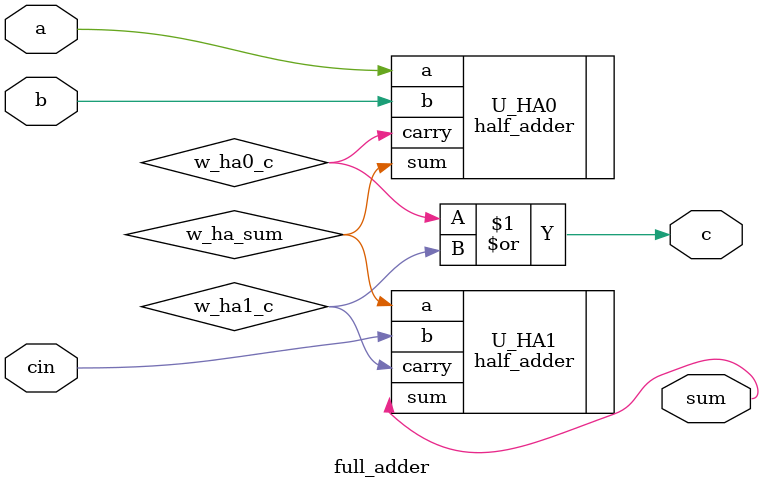
<source format=v>
`timescale 1ns / 1ps

module full_adder (
    input  a,
    input  b,
    input  cin,
    output sum,
    output c
);

    wire w_ha_sum, w_ha0_c, w_ha1_c;
    assign c = w_ha0_c | w_ha1_c;  // to full adder output c

    half_adder U_HA0 (
        .a    (a),         // from full adder input a
        .b    (b),
        .sum  (w_ha_sum),
        .carry(w_ha0_c)
    );

    half_adder U_HA1 (
        .a    (w_ha_sum),  // from half adder0 output sum
        .b    (cin),
        .sum  (sum),       // to full adder output sum
        .carry(w_ha1_c)
    );

endmodule

</source>
